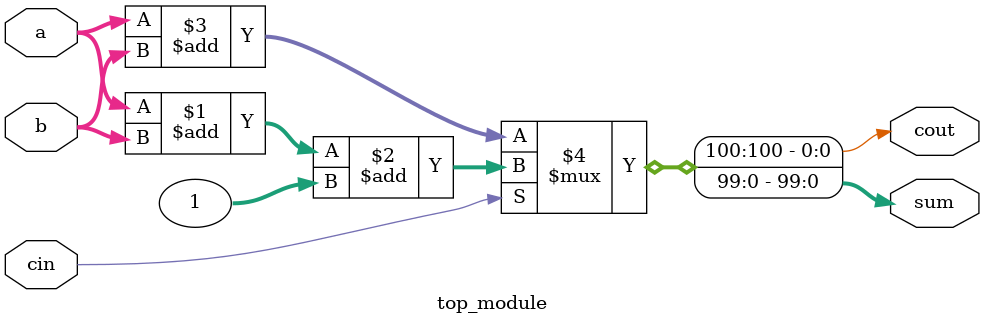
<source format=v>
module top_module (
  input [99:0] a, b,
  input cin,
  output cout,
  output [99:0] sum
);
  assign {cout, sum} = (cin) ? (a + b + 1) : (a + b);
endmodule
</source>
